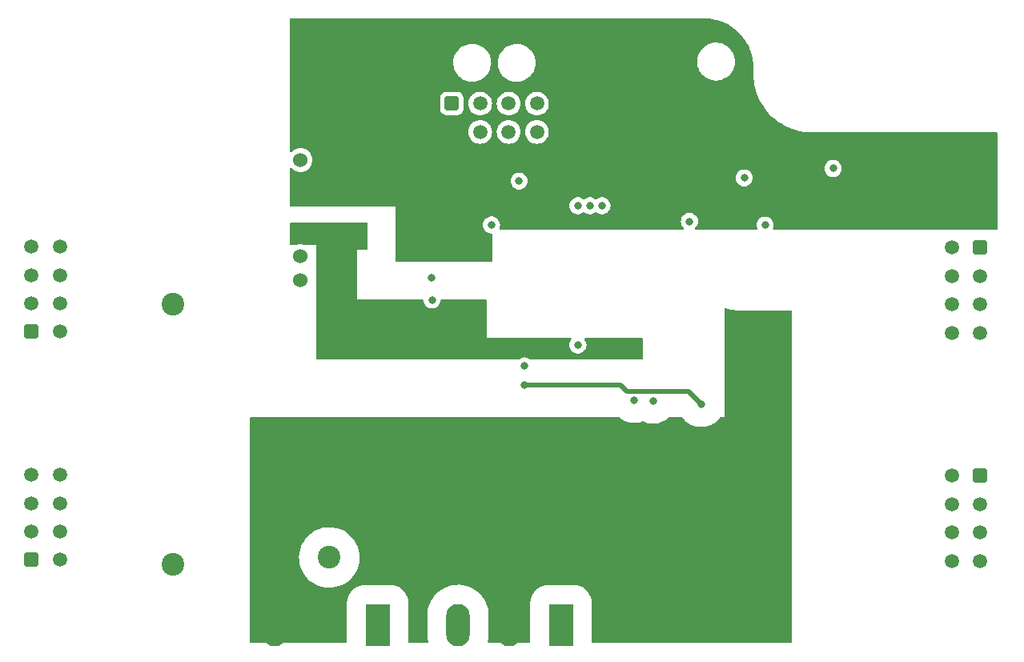
<source format=gbr>
%TF.GenerationSoftware,KiCad,Pcbnew,(6.0.1)*%
%TF.CreationDate,2023-02-17T13:15:31+03:00*%
%TF.ProjectId,_______ IGBT,14403039-3235-4402-9049-4742542e6b69,rev?*%
%TF.SameCoordinates,Original*%
%TF.FileFunction,Copper,L2,Inr*%
%TF.FilePolarity,Positive*%
%FSLAX46Y46*%
G04 Gerber Fmt 4.6, Leading zero omitted, Abs format (unit mm)*
G04 Created by KiCad (PCBNEW (6.0.1)) date 2023-02-17 13:15:31*
%MOMM*%
%LPD*%
G01*
G04 APERTURE LIST*
G04 Aperture macros list*
%AMRoundRect*
0 Rectangle with rounded corners*
0 $1 Rounding radius*
0 $2 $3 $4 $5 $6 $7 $8 $9 X,Y pos of 4 corners*
0 Add a 4 corners polygon primitive as box body*
4,1,4,$2,$3,$4,$5,$6,$7,$8,$9,$2,$3,0*
0 Add four circle primitives for the rounded corners*
1,1,$1+$1,$2,$3*
1,1,$1+$1,$4,$5*
1,1,$1+$1,$6,$7*
1,1,$1+$1,$8,$9*
0 Add four rect primitives between the rounded corners*
20,1,$1+$1,$2,$3,$4,$5,0*
20,1,$1+$1,$4,$5,$6,$7,0*
20,1,$1+$1,$6,$7,$8,$9,0*
20,1,$1+$1,$8,$9,$2,$3,0*%
G04 Aperture macros list end*
%TA.AperFunction,ComponentPad*%
%ADD10C,2.400000*%
%TD*%
%TA.AperFunction,ComponentPad*%
%ADD11R,2.500000X4.500000*%
%TD*%
%TA.AperFunction,ComponentPad*%
%ADD12O,2.500000X4.500000*%
%TD*%
%TA.AperFunction,ComponentPad*%
%ADD13RoundRect,0.250001X-0.499999X-0.499999X0.499999X-0.499999X0.499999X0.499999X-0.499999X0.499999X0*%
%TD*%
%TA.AperFunction,ComponentPad*%
%ADD14C,1.500000*%
%TD*%
%TA.AperFunction,ComponentPad*%
%ADD15RoundRect,0.250001X0.499999X-0.499999X0.499999X0.499999X-0.499999X0.499999X-0.499999X-0.499999X0*%
%TD*%
%TA.AperFunction,ComponentPad*%
%ADD16RoundRect,0.250001X-0.499999X0.499999X-0.499999X-0.499999X0.499999X-0.499999X0.499999X0.499999X0*%
%TD*%
%TA.AperFunction,ComponentPad*%
%ADD17C,1.524000*%
%TD*%
%TA.AperFunction,ViaPad*%
%ADD18C,0.800000*%
%TD*%
%TA.AperFunction,ViaPad*%
%ADD19C,2.400000*%
%TD*%
%TA.AperFunction,Conductor*%
%ADD20C,0.500000*%
%TD*%
G04 APERTURE END LIST*
D10*
%TO.N,DC+*%
%TO.C,C1*%
X122020300Y-116728100D03*
%TO.N,DC-*%
X122020300Y-89228100D03*
%TD*%
D11*
%TO.N,G_IGBT*%
%TO.C,Q1*%
X163041300Y-123170000D03*
D12*
%TO.N,D_IGBT*%
X157591300Y-123170000D03*
%TO.N,DC-*%
X152141300Y-123170000D03*
%TD*%
D13*
%TO.N,+15V*%
%TO.C,J3*%
X151484300Y-68023600D03*
D14*
%TO.N,Measure*%
X154484300Y-68023600D03*
%TO.N,IN-*%
X157484300Y-68023600D03*
%TO.N,IN+*%
X160484300Y-68023600D03*
%TO.N,GNDA*%
X151484300Y-71023600D03*
%TO.N,RST*%
X154484300Y-71023600D03*
%TO.N,FLT*%
X157484300Y-71023600D03*
%TO.N,RDY*%
X160484300Y-71023600D03*
%TD*%
D15*
%TO.N,DC+*%
%TO.C,J1*%
X107034300Y-116283600D03*
D14*
X107034300Y-113283600D03*
X107034300Y-110283600D03*
X107034300Y-107283600D03*
X110034300Y-116283600D03*
X110034300Y-113283600D03*
X110034300Y-110283600D03*
X110034300Y-107283600D03*
%TD*%
D15*
%TO.N,DC-*%
%TO.C,J2*%
X107034300Y-92153600D03*
D14*
X107034300Y-89153600D03*
X107034300Y-86153600D03*
X107034300Y-83153600D03*
X110034300Y-92153600D03*
X110034300Y-89153600D03*
X110034300Y-86153600D03*
X110034300Y-83153600D03*
%TD*%
D16*
%TO.N,OUT-*%
%TO.C,J4*%
X207364300Y-83263600D03*
D14*
X207364300Y-86263600D03*
X207364300Y-89263600D03*
X207364300Y-92263600D03*
X204364300Y-83263600D03*
X204364300Y-86263600D03*
X204364300Y-89263600D03*
X204364300Y-92263600D03*
%TD*%
D16*
%TO.N,DC+*%
%TO.C,J5*%
X207364300Y-107393600D03*
D14*
X207364300Y-110393600D03*
X207364300Y-113393600D03*
X207364300Y-116393600D03*
X204364300Y-107393600D03*
X204364300Y-110393600D03*
X204364300Y-113393600D03*
X204364300Y-116393600D03*
%TD*%
D11*
%TO.N,DC+*%
%TO.C,D1*%
X143655000Y-123170000D03*
D12*
%TO.N,D_IGBT*%
X132755000Y-123170000D03*
%TD*%
D17*
%TO.N,+15V*%
%TO.C,D8*%
X135482300Y-73992600D03*
%TO.N,GNDA*%
X135482300Y-76532600D03*
%TO.N,DC-*%
X135482300Y-81612600D03*
%TO.N,N/C*%
X135482300Y-84152600D03*
%TO.N,+15V_H*%
X135482300Y-86692600D03*
%TD*%
D18*
%TO.N,Desat*%
X170788300Y-99392600D03*
%TO.N,Net-(R12-Pad2)*%
X182409300Y-75878600D03*
%TO.N,GNDA*%
X190409300Y-74878600D03*
%TO.N,+5V*%
X191809300Y-74878600D03*
%TO.N,GNDA*%
X202209300Y-79078600D03*
%TO.N,+5V*%
X184609300Y-80878600D03*
%TO.N,GNDA*%
X190984300Y-80903600D03*
%TO.N,+15V_H*%
X172756800Y-99456100D03*
X164819300Y-93550600D03*
%TO.N,+5V*%
X149374800Y-86424600D03*
X155675300Y-80850600D03*
X176609300Y-80478600D03*
%TO.N,RDY*%
X164819300Y-78818600D03*
%TO.N,D_IGBT*%
X172409300Y-123078600D03*
%TO.N,GNDA*%
X156945300Y-79961600D03*
X168629300Y-80215600D03*
X168209300Y-71878600D03*
X176609300Y-72678600D03*
X181809300Y-69078600D03*
X141922800Y-76496100D03*
X148323300Y-83023600D03*
%TO.N,IN-*%
X166089300Y-78818600D03*
%TO.N,IN+*%
X167359300Y-78818600D03*
%TO.N,DC-*%
X162279300Y-93677600D03*
X141995800Y-82411100D03*
X170558800Y-93780100D03*
X159739300Y-93677600D03*
%TO.N,Desat*%
X159176800Y-95764100D03*
D19*
%TO.N,DC+*%
X138530300Y-116029600D03*
D18*
%TO.N,+3V3*%
X149388800Y-88788100D03*
X158596300Y-76215100D03*
%TO.N,Net-(R4-Pad2)*%
X159158800Y-97814100D03*
X177836800Y-99837100D03*
%TD*%
D20*
%TO.N,Net-(R4-Pad2)*%
X169324802Y-97814100D02*
X170014302Y-98503600D01*
X175233300Y-98503600D02*
X176503300Y-98503600D01*
X170014302Y-98503600D02*
X175233300Y-98503600D01*
X176503300Y-98503600D02*
X177836800Y-99837100D01*
X159158800Y-97814100D02*
X169324802Y-97814100D01*
%TD*%
%TA.AperFunction,Conductor*%
%TO.N,DC-*%
G36*
X142536421Y-80616602D02*
G01*
X142582914Y-80670258D01*
X142594300Y-80722600D01*
X142594300Y-83391600D01*
X142574298Y-83459721D01*
X142520642Y-83506214D01*
X142468300Y-83517600D01*
X141451300Y-83517600D01*
X141451300Y-88724600D01*
X148363215Y-88724600D01*
X148431336Y-88744602D01*
X148477829Y-88798258D01*
X148488524Y-88837428D01*
X148503126Y-88976356D01*
X148561621Y-89156384D01*
X148656267Y-89320316D01*
X148782929Y-89460988D01*
X148936070Y-89572251D01*
X149108997Y-89649244D01*
X149207012Y-89670078D01*
X149287697Y-89687228D01*
X149287701Y-89687228D01*
X149294154Y-89688600D01*
X149483446Y-89688600D01*
X149489899Y-89687228D01*
X149489903Y-89687228D01*
X149570588Y-89670078D01*
X149668603Y-89649244D01*
X149841530Y-89572251D01*
X149994671Y-89460988D01*
X150121333Y-89320316D01*
X150215979Y-89156384D01*
X150274474Y-88976356D01*
X150289075Y-88837429D01*
X150316088Y-88771773D01*
X150374309Y-88731143D01*
X150414385Y-88724600D01*
X155041300Y-88724600D01*
X155109421Y-88744602D01*
X155155914Y-88798258D01*
X155167300Y-88850600D01*
X155167300Y-92788600D01*
X164010665Y-92788600D01*
X164078786Y-92808602D01*
X164125279Y-92862258D01*
X164135383Y-92932532D01*
X164104300Y-92998911D01*
X164086767Y-93018384D01*
X163992121Y-93182316D01*
X163933626Y-93362344D01*
X163913840Y-93550600D01*
X163933626Y-93738856D01*
X163992121Y-93918884D01*
X164086767Y-94082816D01*
X164213429Y-94223488D01*
X164366570Y-94334751D01*
X164539497Y-94411744D01*
X164637512Y-94432578D01*
X164718197Y-94449728D01*
X164718201Y-94449728D01*
X164724654Y-94451100D01*
X164913946Y-94451100D01*
X164920399Y-94449728D01*
X164920403Y-94449728D01*
X165001088Y-94432578D01*
X165099103Y-94411744D01*
X165272030Y-94334751D01*
X165425171Y-94223488D01*
X165551833Y-94082816D01*
X165646479Y-93918884D01*
X165704974Y-93738856D01*
X165724760Y-93550600D01*
X165704974Y-93362344D01*
X165646479Y-93182316D01*
X165551833Y-93018384D01*
X165534300Y-92998911D01*
X165503582Y-92934904D01*
X165512345Y-92864451D01*
X165557807Y-92809919D01*
X165627935Y-92788600D01*
X171551300Y-92788600D01*
X171619421Y-92808602D01*
X171665914Y-92862258D01*
X171677300Y-92914600D01*
X171677300Y-94948600D01*
X171657298Y-95016721D01*
X171603642Y-95063214D01*
X171551300Y-95074600D01*
X159800746Y-95074600D01*
X159726685Y-95050536D01*
X159634872Y-94983830D01*
X159634871Y-94983829D01*
X159629530Y-94979949D01*
X159456603Y-94902956D01*
X159358588Y-94882122D01*
X159277903Y-94864972D01*
X159277899Y-94864972D01*
X159271446Y-94863600D01*
X159082154Y-94863600D01*
X159075701Y-94864972D01*
X159075697Y-94864972D01*
X158995012Y-94882122D01*
X158896997Y-94902956D01*
X158724070Y-94979949D01*
X158718729Y-94983829D01*
X158718728Y-94983830D01*
X158626915Y-95050536D01*
X158552854Y-95074600D01*
X137259300Y-95074600D01*
X137191179Y-95054598D01*
X137144686Y-95000942D01*
X137133300Y-94948600D01*
X137133300Y-83009600D01*
X136046393Y-83009600D01*
X135993143Y-82997795D01*
X135920732Y-82964029D01*
X135920731Y-82964029D01*
X135915750Y-82961706D01*
X135910442Y-82960284D01*
X135910440Y-82960283D01*
X135819598Y-82935942D01*
X135702368Y-82904530D01*
X135482300Y-82885277D01*
X135262232Y-82904530D01*
X135145002Y-82935942D01*
X135054160Y-82960283D01*
X135054158Y-82960284D01*
X135048850Y-82961706D01*
X135043869Y-82964028D01*
X135043868Y-82964029D01*
X134971457Y-82997795D01*
X134918207Y-83009600D01*
X134465300Y-83009600D01*
X134397179Y-82989598D01*
X134350686Y-82935942D01*
X134339300Y-82883600D01*
X134339300Y-80722600D01*
X134359302Y-80654479D01*
X134412958Y-80607986D01*
X134465300Y-80596600D01*
X142468300Y-80596600D01*
X142536421Y-80616602D01*
G37*
%TD.AperFunction*%
%TD*%
%TA.AperFunction,Conductor*%
%TO.N,GNDA*%
G36*
X178124981Y-59000100D02*
G01*
X178139257Y-59002323D01*
X178139259Y-59002323D01*
X178148129Y-59003704D01*
X178157032Y-59002540D01*
X178157033Y-59002540D01*
X178168536Y-59001036D01*
X178190077Y-59000080D01*
X178392907Y-59008469D01*
X178579745Y-59016197D01*
X178590123Y-59017057D01*
X178851144Y-59049593D01*
X179007492Y-59069082D01*
X179017756Y-59070794D01*
X179128481Y-59094011D01*
X179429402Y-59157108D01*
X179439497Y-59159664D01*
X179842618Y-59279678D01*
X179852460Y-59283056D01*
X180244312Y-59435958D01*
X180253811Y-59440125D01*
X180631683Y-59624856D01*
X180640841Y-59629812D01*
X181002153Y-59845107D01*
X181010872Y-59850803D01*
X181353175Y-60095203D01*
X181361393Y-60101599D01*
X181682357Y-60373441D01*
X181690018Y-60380495D01*
X181987405Y-60677882D01*
X181994459Y-60685543D01*
X182266301Y-61006507D01*
X182272697Y-61014725D01*
X182517097Y-61357028D01*
X182522793Y-61365747D01*
X182723812Y-61703100D01*
X182738088Y-61727059D01*
X182743043Y-61736215D01*
X182920111Y-62098411D01*
X182927771Y-62114080D01*
X182931942Y-62123588D01*
X183071545Y-62481358D01*
X183084841Y-62515432D01*
X183088222Y-62525282D01*
X183208236Y-62928403D01*
X183210792Y-62938498D01*
X183261167Y-63178746D01*
X183291386Y-63322863D01*
X183297105Y-63350140D01*
X183298819Y-63360412D01*
X183350843Y-63777777D01*
X183351703Y-63788155D01*
X183367249Y-64163995D01*
X183367516Y-64170458D01*
X183366123Y-64195051D01*
X183364196Y-64207429D01*
X183365360Y-64216331D01*
X183365360Y-64216334D01*
X183368236Y-64238325D01*
X183369300Y-64254662D01*
X183369300Y-64796066D01*
X183367554Y-64816970D01*
X183364309Y-64836258D01*
X183364158Y-64848600D01*
X183364846Y-64853409D01*
X183365163Y-64858273D01*
X183365080Y-64858278D01*
X183365478Y-64862700D01*
X183382342Y-65313373D01*
X183382606Y-65315716D01*
X183424582Y-65688263D01*
X183434416Y-65775546D01*
X183434857Y-65777876D01*
X183501257Y-66128807D01*
X183520883Y-66232535D01*
X183641259Y-66681785D01*
X183794872Y-67120783D01*
X183980860Y-67547074D01*
X183981967Y-67549168D01*
X184197084Y-67956190D01*
X184197091Y-67956202D01*
X184198186Y-67958274D01*
X184199433Y-67960258D01*
X184199439Y-67960269D01*
X184239233Y-68023600D01*
X184445633Y-68352084D01*
X184721817Y-68726300D01*
X185025195Y-69078831D01*
X185354069Y-69407705D01*
X185706600Y-69711083D01*
X186080816Y-69987267D01*
X186082809Y-69988519D01*
X186082813Y-69988522D01*
X186472631Y-70233461D01*
X186472642Y-70233467D01*
X186474626Y-70234714D01*
X186476698Y-70235809D01*
X186476710Y-70235816D01*
X186706636Y-70357335D01*
X186885826Y-70452040D01*
X187312117Y-70638028D01*
X187751115Y-70791641D01*
X187753386Y-70792249D01*
X187753394Y-70792252D01*
X188064173Y-70875524D01*
X188200365Y-70912017D01*
X188202676Y-70912454D01*
X188202688Y-70912457D01*
X188550207Y-70978211D01*
X188657354Y-70998484D01*
X188659694Y-70998748D01*
X188659703Y-70998749D01*
X188880266Y-71023600D01*
X189119527Y-71050558D01*
X189385090Y-71060495D01*
X189555366Y-71066866D01*
X189562289Y-71067574D01*
X189562309Y-71067348D01*
X189567158Y-71067783D01*
X189571958Y-71068591D01*
X189576819Y-71068650D01*
X189576825Y-71068651D01*
X189579441Y-71068683D01*
X189579447Y-71068683D01*
X189584300Y-71068742D01*
X189611316Y-71064873D01*
X189629178Y-71063600D01*
X209081300Y-71063600D01*
X209149421Y-71083602D01*
X209195914Y-71137258D01*
X209207300Y-71189600D01*
X209207300Y-81232600D01*
X209187298Y-81300721D01*
X209133642Y-81347214D01*
X209081300Y-81358600D01*
X185573604Y-81358600D01*
X185505483Y-81338598D01*
X185458990Y-81284942D01*
X185448886Y-81214668D01*
X185453771Y-81193664D01*
X185494974Y-81066856D01*
X185514760Y-80878600D01*
X185494974Y-80690344D01*
X185436479Y-80510316D01*
X185414378Y-80472035D01*
X185345136Y-80352105D01*
X185341833Y-80346384D01*
X185316622Y-80318384D01*
X185219586Y-80210615D01*
X185219584Y-80210614D01*
X185215171Y-80205712D01*
X185062030Y-80094449D01*
X184889103Y-80017456D01*
X184791088Y-79996622D01*
X184710403Y-79979472D01*
X184710399Y-79979472D01*
X184703946Y-79978100D01*
X184514654Y-79978100D01*
X184508201Y-79979472D01*
X184508197Y-79979472D01*
X184427512Y-79996622D01*
X184329497Y-80017456D01*
X184156570Y-80094449D01*
X184003429Y-80205712D01*
X183999016Y-80210614D01*
X183999014Y-80210615D01*
X183901978Y-80318384D01*
X183876767Y-80346384D01*
X183873464Y-80352105D01*
X183804223Y-80472035D01*
X183782121Y-80510316D01*
X183723626Y-80690344D01*
X183703840Y-80878600D01*
X183723626Y-81066856D01*
X183764829Y-81193664D01*
X183766857Y-81264631D01*
X183730194Y-81325429D01*
X183666482Y-81356754D01*
X183644996Y-81358600D01*
X177311687Y-81358600D01*
X177243566Y-81338598D01*
X177197073Y-81284942D01*
X177186969Y-81214668D01*
X177218051Y-81148289D01*
X177337414Y-81015724D01*
X177337415Y-81015723D01*
X177341833Y-81010816D01*
X177360237Y-80978939D01*
X177433175Y-80852607D01*
X177433176Y-80852606D01*
X177436479Y-80846884D01*
X177494974Y-80666856D01*
X177514760Y-80478600D01*
X177500348Y-80341476D01*
X177495664Y-80296907D01*
X177495664Y-80296905D01*
X177494974Y-80290344D01*
X177436479Y-80110316D01*
X177425768Y-80091763D01*
X177345136Y-79952105D01*
X177341833Y-79946384D01*
X177215171Y-79805712D01*
X177209832Y-79801833D01*
X177067372Y-79698330D01*
X177067371Y-79698329D01*
X177062030Y-79694449D01*
X176889103Y-79617456D01*
X176791088Y-79596622D01*
X176710403Y-79579472D01*
X176710399Y-79579472D01*
X176703946Y-79578100D01*
X176514654Y-79578100D01*
X176508201Y-79579472D01*
X176508197Y-79579472D01*
X176427512Y-79596622D01*
X176329497Y-79617456D01*
X176156570Y-79694449D01*
X176151229Y-79698329D01*
X176151228Y-79698330D01*
X176008768Y-79801833D01*
X176003429Y-79805712D01*
X175876767Y-79946384D01*
X175873464Y-79952105D01*
X175792833Y-80091763D01*
X175782121Y-80110316D01*
X175723626Y-80290344D01*
X175722936Y-80296905D01*
X175722936Y-80296907D01*
X175718252Y-80341476D01*
X175703840Y-80478600D01*
X175723626Y-80666856D01*
X175782121Y-80846884D01*
X175785424Y-80852606D01*
X175785425Y-80852607D01*
X175858363Y-80978939D01*
X175876767Y-81010816D01*
X175881185Y-81015723D01*
X175881186Y-81015724D01*
X176000549Y-81148289D01*
X176031266Y-81212297D01*
X176022503Y-81282750D01*
X175977040Y-81337282D01*
X175906913Y-81358600D01*
X156630507Y-81358600D01*
X156562386Y-81338598D01*
X156515893Y-81284942D01*
X156505789Y-81214668D01*
X156510674Y-81193664D01*
X156558934Y-81045134D01*
X156560974Y-81038856D01*
X156564523Y-81005095D01*
X156580070Y-80857165D01*
X156580760Y-80850600D01*
X156560974Y-80662344D01*
X156502479Y-80482316D01*
X156407833Y-80318384D01*
X156310797Y-80210615D01*
X156285586Y-80182615D01*
X156285584Y-80182614D01*
X156281171Y-80177712D01*
X156128030Y-80066449D01*
X155955103Y-79989456D01*
X155857088Y-79968622D01*
X155776403Y-79951472D01*
X155776399Y-79951472D01*
X155769946Y-79950100D01*
X155580654Y-79950100D01*
X155574201Y-79951472D01*
X155574197Y-79951472D01*
X155493512Y-79968622D01*
X155395497Y-79989456D01*
X155222570Y-80066449D01*
X155069429Y-80177712D01*
X155065016Y-80182614D01*
X155065014Y-80182615D01*
X155039803Y-80210615D01*
X154942767Y-80318384D01*
X154848121Y-80482316D01*
X154789626Y-80662344D01*
X154769840Y-80850600D01*
X154770530Y-80857165D01*
X154786078Y-81005095D01*
X154789626Y-81038856D01*
X154848121Y-81218884D01*
X154851424Y-81224606D01*
X154851425Y-81224607D01*
X154909635Y-81325429D01*
X154942767Y-81382816D01*
X154947185Y-81387723D01*
X154947186Y-81387724D01*
X155057825Y-81510600D01*
X155069429Y-81523488D01*
X155074768Y-81527367D01*
X155192082Y-81612600D01*
X155222570Y-81634751D01*
X155395497Y-81711744D01*
X155493512Y-81732578D01*
X155574197Y-81749728D01*
X155574201Y-81749728D01*
X155580654Y-81751100D01*
X155676300Y-81751100D01*
X155744421Y-81771102D01*
X155790914Y-81824758D01*
X155802300Y-81877100D01*
X155802300Y-84661600D01*
X155782298Y-84729721D01*
X155728642Y-84776214D01*
X155676300Y-84787600D01*
X145641300Y-84787600D01*
X145573179Y-84767598D01*
X145526686Y-84713942D01*
X145515300Y-84661600D01*
X145515300Y-78945600D01*
X134465300Y-78945600D01*
X134397179Y-78925598D01*
X134350686Y-78871942D01*
X134339300Y-78819600D01*
X134339300Y-78818600D01*
X163913840Y-78818600D01*
X163933626Y-79006856D01*
X163992121Y-79186884D01*
X164086767Y-79350816D01*
X164213429Y-79491488D01*
X164218768Y-79495367D01*
X164332641Y-79578100D01*
X164366570Y-79602751D01*
X164539497Y-79679744D01*
X164626938Y-79698330D01*
X164718197Y-79717728D01*
X164718201Y-79717728D01*
X164724654Y-79719100D01*
X164913946Y-79719100D01*
X164920399Y-79717728D01*
X164920403Y-79717728D01*
X165011662Y-79698330D01*
X165099103Y-79679744D01*
X165272030Y-79602751D01*
X165305960Y-79578100D01*
X165380239Y-79524133D01*
X165447107Y-79500274D01*
X165516259Y-79516355D01*
X165528361Y-79524133D01*
X165602641Y-79578100D01*
X165636570Y-79602751D01*
X165809497Y-79679744D01*
X165896938Y-79698330D01*
X165988197Y-79717728D01*
X165988201Y-79717728D01*
X165994654Y-79719100D01*
X166183946Y-79719100D01*
X166190399Y-79717728D01*
X166190403Y-79717728D01*
X166281662Y-79698330D01*
X166369103Y-79679744D01*
X166542030Y-79602751D01*
X166575960Y-79578100D01*
X166650239Y-79524133D01*
X166717107Y-79500274D01*
X166786259Y-79516355D01*
X166798361Y-79524133D01*
X166872641Y-79578100D01*
X166906570Y-79602751D01*
X167079497Y-79679744D01*
X167166938Y-79698330D01*
X167258197Y-79717728D01*
X167258201Y-79717728D01*
X167264654Y-79719100D01*
X167453946Y-79719100D01*
X167460399Y-79717728D01*
X167460403Y-79717728D01*
X167551662Y-79698330D01*
X167639103Y-79679744D01*
X167812030Y-79602751D01*
X167845960Y-79578100D01*
X167959832Y-79495367D01*
X167965171Y-79491488D01*
X168091833Y-79350816D01*
X168186479Y-79186884D01*
X168244974Y-79006856D01*
X168264760Y-78818600D01*
X168244974Y-78630344D01*
X168186479Y-78450316D01*
X168091833Y-78286384D01*
X167965171Y-78145712D01*
X167812030Y-78034449D01*
X167639103Y-77957456D01*
X167541088Y-77936622D01*
X167460403Y-77919472D01*
X167460399Y-77919472D01*
X167453946Y-77918100D01*
X167264654Y-77918100D01*
X167258201Y-77919472D01*
X167258197Y-77919472D01*
X167177512Y-77936622D01*
X167079497Y-77957456D01*
X166906570Y-78034449D01*
X166901229Y-78038329D01*
X166901228Y-78038330D01*
X166798361Y-78113067D01*
X166731493Y-78136926D01*
X166662341Y-78120845D01*
X166650239Y-78113067D01*
X166547372Y-78038330D01*
X166547371Y-78038329D01*
X166542030Y-78034449D01*
X166369103Y-77957456D01*
X166271088Y-77936622D01*
X166190403Y-77919472D01*
X166190399Y-77919472D01*
X166183946Y-77918100D01*
X165994654Y-77918100D01*
X165988201Y-77919472D01*
X165988197Y-77919472D01*
X165907512Y-77936622D01*
X165809497Y-77957456D01*
X165636570Y-78034449D01*
X165631229Y-78038329D01*
X165631228Y-78038330D01*
X165528361Y-78113067D01*
X165461493Y-78136926D01*
X165392341Y-78120845D01*
X165380239Y-78113067D01*
X165277372Y-78038330D01*
X165277371Y-78038329D01*
X165272030Y-78034449D01*
X165099103Y-77957456D01*
X165001088Y-77936622D01*
X164920403Y-77919472D01*
X164920399Y-77919472D01*
X164913946Y-77918100D01*
X164724654Y-77918100D01*
X164718201Y-77919472D01*
X164718197Y-77919472D01*
X164637512Y-77936622D01*
X164539497Y-77957456D01*
X164366570Y-78034449D01*
X164213429Y-78145712D01*
X164086767Y-78286384D01*
X163992121Y-78450316D01*
X163933626Y-78630344D01*
X163913840Y-78818600D01*
X134339300Y-78818600D01*
X134339300Y-76215100D01*
X157690840Y-76215100D01*
X157710626Y-76403356D01*
X157769121Y-76583384D01*
X157863767Y-76747316D01*
X157868185Y-76752223D01*
X157868186Y-76752224D01*
X157892386Y-76779100D01*
X157990429Y-76887988D01*
X158143570Y-76999251D01*
X158316497Y-77076244D01*
X158414512Y-77097078D01*
X158495197Y-77114228D01*
X158495201Y-77114228D01*
X158501654Y-77115600D01*
X158690946Y-77115600D01*
X158697399Y-77114228D01*
X158697403Y-77114228D01*
X158778088Y-77097078D01*
X158876103Y-77076244D01*
X159049030Y-76999251D01*
X159202171Y-76887988D01*
X159300215Y-76779100D01*
X159324414Y-76752224D01*
X159324415Y-76752223D01*
X159328833Y-76747316D01*
X159423479Y-76583384D01*
X159481974Y-76403356D01*
X159501760Y-76215100D01*
X159481974Y-76026844D01*
X159433806Y-75878600D01*
X181503840Y-75878600D01*
X181523626Y-76066856D01*
X181582121Y-76246884D01*
X181676767Y-76410816D01*
X181803429Y-76551488D01*
X181956570Y-76662751D01*
X182129497Y-76739744D01*
X182227512Y-76760578D01*
X182308197Y-76777728D01*
X182308201Y-76777728D01*
X182314654Y-76779100D01*
X182503946Y-76779100D01*
X182510399Y-76777728D01*
X182510403Y-76777728D01*
X182591088Y-76760578D01*
X182689103Y-76739744D01*
X182862030Y-76662751D01*
X183015171Y-76551488D01*
X183141833Y-76410816D01*
X183236479Y-76246884D01*
X183294974Y-76066856D01*
X183314760Y-75878600D01*
X183310818Y-75841093D01*
X183295664Y-75696907D01*
X183295664Y-75696905D01*
X183294974Y-75690344D01*
X183236479Y-75510316D01*
X183141833Y-75346384D01*
X183114450Y-75315972D01*
X183019586Y-75210615D01*
X183019584Y-75210614D01*
X183015171Y-75205712D01*
X182862030Y-75094449D01*
X182689103Y-75017456D01*
X182591088Y-74996622D01*
X182510403Y-74979472D01*
X182510399Y-74979472D01*
X182503946Y-74978100D01*
X182314654Y-74978100D01*
X182308201Y-74979472D01*
X182308197Y-74979472D01*
X182227512Y-74996622D01*
X182129497Y-75017456D01*
X181956570Y-75094449D01*
X181803429Y-75205712D01*
X181799016Y-75210614D01*
X181799014Y-75210615D01*
X181704150Y-75315972D01*
X181676767Y-75346384D01*
X181582121Y-75510316D01*
X181523626Y-75690344D01*
X181522936Y-75696905D01*
X181522936Y-75696907D01*
X181507782Y-75841093D01*
X181503840Y-75878600D01*
X159433806Y-75878600D01*
X159423479Y-75846816D01*
X159328833Y-75682884D01*
X159202171Y-75542212D01*
X159049030Y-75430949D01*
X158876103Y-75353956D01*
X158778088Y-75333122D01*
X158697403Y-75315972D01*
X158697399Y-75315972D01*
X158690946Y-75314600D01*
X158501654Y-75314600D01*
X158495201Y-75315972D01*
X158495197Y-75315972D01*
X158414512Y-75333122D01*
X158316497Y-75353956D01*
X158143570Y-75430949D01*
X157990429Y-75542212D01*
X157863767Y-75682884D01*
X157769121Y-75846816D01*
X157710626Y-76026844D01*
X157690840Y-76215100D01*
X134339300Y-76215100D01*
X134339300Y-74939236D01*
X134359302Y-74871115D01*
X134412958Y-74824622D01*
X134483232Y-74814518D01*
X134547812Y-74844012D01*
X134554395Y-74850141D01*
X134667680Y-74963426D01*
X134672188Y-74966583D01*
X134672191Y-74966585D01*
X134824359Y-75073134D01*
X134848638Y-75090134D01*
X134853620Y-75092457D01*
X134853625Y-75092460D01*
X135043868Y-75181171D01*
X135048850Y-75183494D01*
X135054158Y-75184916D01*
X135054160Y-75184917D01*
X135119552Y-75202439D01*
X135262232Y-75240670D01*
X135482300Y-75259923D01*
X135702368Y-75240670D01*
X135845048Y-75202439D01*
X135910440Y-75184917D01*
X135910442Y-75184916D01*
X135915750Y-75183494D01*
X135920732Y-75181171D01*
X136110975Y-75092460D01*
X136110980Y-75092457D01*
X136115962Y-75090134D01*
X136140241Y-75073134D01*
X136292409Y-74966585D01*
X136292412Y-74966583D01*
X136296920Y-74963426D01*
X136381746Y-74878600D01*
X190903840Y-74878600D01*
X190904530Y-74885165D01*
X190918717Y-75020145D01*
X190923626Y-75066856D01*
X190982121Y-75246884D01*
X190985424Y-75252606D01*
X190985425Y-75252607D01*
X190989649Y-75259923D01*
X191076767Y-75410816D01*
X191081185Y-75415723D01*
X191081186Y-75415724D01*
X191172017Y-75516601D01*
X191203429Y-75551488D01*
X191356570Y-75662751D01*
X191529497Y-75739744D01*
X191627512Y-75760578D01*
X191708197Y-75777728D01*
X191708201Y-75777728D01*
X191714654Y-75779100D01*
X191903946Y-75779100D01*
X191910399Y-75777728D01*
X191910403Y-75777728D01*
X191991088Y-75760578D01*
X192089103Y-75739744D01*
X192262030Y-75662751D01*
X192415171Y-75551488D01*
X192446584Y-75516601D01*
X192537414Y-75415724D01*
X192537415Y-75415723D01*
X192541833Y-75410816D01*
X192628951Y-75259923D01*
X192633175Y-75252607D01*
X192633176Y-75252606D01*
X192636479Y-75246884D01*
X192694974Y-75066856D01*
X192699884Y-75020145D01*
X192714070Y-74885165D01*
X192714760Y-74878600D01*
X192694974Y-74690344D01*
X192636479Y-74510316D01*
X192590705Y-74431032D01*
X192545136Y-74352105D01*
X192541833Y-74346384D01*
X192426218Y-74217981D01*
X192419586Y-74210615D01*
X192419584Y-74210614D01*
X192415171Y-74205712D01*
X192262030Y-74094449D01*
X192089103Y-74017456D01*
X191972164Y-73992600D01*
X191910403Y-73979472D01*
X191910399Y-73979472D01*
X191903946Y-73978100D01*
X191714654Y-73978100D01*
X191708201Y-73979472D01*
X191708197Y-73979472D01*
X191646436Y-73992600D01*
X191529497Y-74017456D01*
X191356570Y-74094449D01*
X191203429Y-74205712D01*
X191199016Y-74210614D01*
X191199014Y-74210615D01*
X191192382Y-74217981D01*
X191076767Y-74346384D01*
X191073464Y-74352105D01*
X191027896Y-74431032D01*
X190982121Y-74510316D01*
X190923626Y-74690344D01*
X190903840Y-74878600D01*
X136381746Y-74878600D01*
X136453126Y-74807220D01*
X136579834Y-74626261D01*
X136630970Y-74516601D01*
X136670871Y-74431032D01*
X136670872Y-74431031D01*
X136673194Y-74426050D01*
X136730370Y-74212668D01*
X136749623Y-73992600D01*
X136730370Y-73772532D01*
X136673194Y-73559150D01*
X136579834Y-73358939D01*
X136453126Y-73177980D01*
X136296920Y-73021774D01*
X136292412Y-73018617D01*
X136292409Y-73018615D01*
X136120471Y-72898223D01*
X136120468Y-72898221D01*
X136115962Y-72895066D01*
X136110980Y-72892743D01*
X136110975Y-72892740D01*
X135920732Y-72804029D01*
X135920731Y-72804029D01*
X135915750Y-72801706D01*
X135910442Y-72800284D01*
X135910440Y-72800283D01*
X135845048Y-72782761D01*
X135702368Y-72744530D01*
X135482300Y-72725277D01*
X135262232Y-72744530D01*
X135119552Y-72782761D01*
X135054160Y-72800283D01*
X135054158Y-72800284D01*
X135048850Y-72801706D01*
X135043869Y-72804028D01*
X135043868Y-72804029D01*
X134853620Y-72892743D01*
X134853617Y-72892745D01*
X134848639Y-72895066D01*
X134667680Y-73021774D01*
X134554395Y-73135059D01*
X134492083Y-73169085D01*
X134421268Y-73164020D01*
X134364432Y-73121473D01*
X134339621Y-73054953D01*
X134339300Y-73045964D01*
X134339300Y-71023600D01*
X153229023Y-71023600D01*
X153248093Y-71241577D01*
X153304725Y-71452930D01*
X153397198Y-71651238D01*
X153522702Y-71830477D01*
X153677423Y-71985198D01*
X153681931Y-71988355D01*
X153681934Y-71988357D01*
X153852152Y-72107545D01*
X153856661Y-72110702D01*
X153861643Y-72113025D01*
X153861648Y-72113028D01*
X154049988Y-72200852D01*
X154054970Y-72203175D01*
X154060278Y-72204597D01*
X154060280Y-72204598D01*
X154126045Y-72222220D01*
X154266323Y-72259807D01*
X154484300Y-72278877D01*
X154702277Y-72259807D01*
X154842555Y-72222220D01*
X154908320Y-72204598D01*
X154908322Y-72204597D01*
X154913630Y-72203175D01*
X154918612Y-72200852D01*
X155106952Y-72113028D01*
X155106957Y-72113025D01*
X155111939Y-72110702D01*
X155116448Y-72107545D01*
X155286666Y-71988357D01*
X155286669Y-71988355D01*
X155291177Y-71985198D01*
X155445898Y-71830477D01*
X155571402Y-71651238D01*
X155663875Y-71452930D01*
X155720507Y-71241577D01*
X155739577Y-71023600D01*
X156229023Y-71023600D01*
X156248093Y-71241577D01*
X156304725Y-71452930D01*
X156397198Y-71651238D01*
X156522702Y-71830477D01*
X156677423Y-71985198D01*
X156681931Y-71988355D01*
X156681934Y-71988357D01*
X156852152Y-72107545D01*
X156856661Y-72110702D01*
X156861643Y-72113025D01*
X156861648Y-72113028D01*
X157049988Y-72200852D01*
X157054970Y-72203175D01*
X157060278Y-72204597D01*
X157060280Y-72204598D01*
X157126045Y-72222220D01*
X157266323Y-72259807D01*
X157484300Y-72278877D01*
X157702277Y-72259807D01*
X157842555Y-72222220D01*
X157908320Y-72204598D01*
X157908322Y-72204597D01*
X157913630Y-72203175D01*
X157918612Y-72200852D01*
X158106952Y-72113028D01*
X158106957Y-72113025D01*
X158111939Y-72110702D01*
X158116448Y-72107545D01*
X158286666Y-71988357D01*
X158286669Y-71988355D01*
X158291177Y-71985198D01*
X158445898Y-71830477D01*
X158571402Y-71651238D01*
X158663875Y-71452930D01*
X158720507Y-71241577D01*
X158739577Y-71023600D01*
X159229023Y-71023600D01*
X159248093Y-71241577D01*
X159304725Y-71452930D01*
X159397198Y-71651238D01*
X159522702Y-71830477D01*
X159677423Y-71985198D01*
X159681931Y-71988355D01*
X159681934Y-71988357D01*
X159852152Y-72107545D01*
X159856661Y-72110702D01*
X159861643Y-72113025D01*
X159861648Y-72113028D01*
X160049988Y-72200852D01*
X160054970Y-72203175D01*
X160060278Y-72204597D01*
X160060280Y-72204598D01*
X160126045Y-72222220D01*
X160266323Y-72259807D01*
X160484300Y-72278877D01*
X160702277Y-72259807D01*
X160842555Y-72222220D01*
X160908320Y-72204598D01*
X160908322Y-72204597D01*
X160913630Y-72203175D01*
X160918612Y-72200852D01*
X161106952Y-72113028D01*
X161106957Y-72113025D01*
X161111939Y-72110702D01*
X161116448Y-72107545D01*
X161286666Y-71988357D01*
X161286669Y-71988355D01*
X161291177Y-71985198D01*
X161445898Y-71830477D01*
X161571402Y-71651238D01*
X161663875Y-71452930D01*
X161720507Y-71241577D01*
X161739577Y-71023600D01*
X161720507Y-70805623D01*
X161675810Y-70638811D01*
X161665298Y-70599580D01*
X161665297Y-70599578D01*
X161663875Y-70594270D01*
X161617605Y-70495044D01*
X161573725Y-70400943D01*
X161573723Y-70400940D01*
X161571402Y-70395962D01*
X161445898Y-70216723D01*
X161291177Y-70062002D01*
X161286669Y-70058845D01*
X161286666Y-70058843D01*
X161116448Y-69939655D01*
X161116445Y-69939653D01*
X161111939Y-69936498D01*
X161106957Y-69934175D01*
X161106952Y-69934172D01*
X160918612Y-69846348D01*
X160918611Y-69846347D01*
X160913630Y-69844025D01*
X160908322Y-69842603D01*
X160908320Y-69842602D01*
X160842555Y-69824980D01*
X160702277Y-69787393D01*
X160484300Y-69768323D01*
X160266323Y-69787393D01*
X160126045Y-69824980D01*
X160060280Y-69842602D01*
X160060278Y-69842603D01*
X160054970Y-69844025D01*
X160049990Y-69846347D01*
X160049988Y-69846348D01*
X159861643Y-69934175D01*
X159861640Y-69934177D01*
X159856662Y-69936498D01*
X159677423Y-70062002D01*
X159522702Y-70216723D01*
X159397198Y-70395962D01*
X159394877Y-70400940D01*
X159394875Y-70400943D01*
X159350995Y-70495044D01*
X159304725Y-70594270D01*
X159303303Y-70599578D01*
X159303302Y-70599580D01*
X159292790Y-70638811D01*
X159248093Y-70805623D01*
X159229023Y-71023600D01*
X158739577Y-71023600D01*
X158720507Y-70805623D01*
X158675810Y-70638811D01*
X158665298Y-70599580D01*
X158665297Y-70599578D01*
X158663875Y-70594270D01*
X158617605Y-70495044D01*
X158573725Y-70400943D01*
X158573723Y-70400940D01*
X158571402Y-70395962D01*
X158445898Y-70216723D01*
X158291177Y-70062002D01*
X158286669Y-70058845D01*
X158286666Y-70058843D01*
X158116448Y-69939655D01*
X158116445Y-69939653D01*
X158111939Y-69936498D01*
X158106957Y-69934175D01*
X158106952Y-69934172D01*
X157918612Y-69846348D01*
X157918611Y-69846347D01*
X157913630Y-69844025D01*
X157908322Y-69842603D01*
X157908320Y-69842602D01*
X157842555Y-69824980D01*
X157702277Y-69787393D01*
X157484300Y-69768323D01*
X157266323Y-69787393D01*
X157126045Y-69824980D01*
X157060280Y-69842602D01*
X157060278Y-69842603D01*
X157054970Y-69844025D01*
X157049990Y-69846347D01*
X157049988Y-69846348D01*
X156861643Y-69934175D01*
X156861640Y-69934177D01*
X156856662Y-69936498D01*
X156677423Y-70062002D01*
X156522702Y-70216723D01*
X156397198Y-70395962D01*
X156394877Y-70400940D01*
X156394875Y-70400943D01*
X156350995Y-70495044D01*
X156304725Y-70594270D01*
X156303303Y-70599578D01*
X156303302Y-70599580D01*
X156292790Y-70638811D01*
X156248093Y-70805623D01*
X156229023Y-71023600D01*
X155739577Y-71023600D01*
X155720507Y-70805623D01*
X155675810Y-70638811D01*
X155665298Y-70599580D01*
X155665297Y-70599578D01*
X155663875Y-70594270D01*
X155617605Y-70495044D01*
X155573725Y-70400943D01*
X155573723Y-70400940D01*
X155571402Y-70395962D01*
X155445898Y-70216723D01*
X155291177Y-70062002D01*
X155286669Y-70058845D01*
X155286666Y-70058843D01*
X155116448Y-69939655D01*
X155116445Y-69939653D01*
X155111939Y-69936498D01*
X155106957Y-69934175D01*
X155106952Y-69934172D01*
X154918612Y-69846348D01*
X154918611Y-69846347D01*
X154913630Y-69844025D01*
X154908322Y-69842603D01*
X154908320Y-69842602D01*
X154842555Y-69824980D01*
X154702277Y-69787393D01*
X154484300Y-69768323D01*
X154266323Y-69787393D01*
X154126045Y-69824980D01*
X154060280Y-69842602D01*
X154060278Y-69842603D01*
X154054970Y-69844025D01*
X154049990Y-69846347D01*
X154049988Y-69846348D01*
X153861643Y-69934175D01*
X153861640Y-69934177D01*
X153856662Y-69936498D01*
X153677423Y-70062002D01*
X153522702Y-70216723D01*
X153397198Y-70395962D01*
X153394877Y-70400940D01*
X153394875Y-70400943D01*
X153350995Y-70495044D01*
X153304725Y-70594270D01*
X153303303Y-70599578D01*
X153303302Y-70599580D01*
X153292790Y-70638811D01*
X153248093Y-70805623D01*
X153229023Y-71023600D01*
X134339300Y-71023600D01*
X134339300Y-67473735D01*
X150233800Y-67473735D01*
X150233801Y-68573464D01*
X150244659Y-68678118D01*
X150300044Y-68844128D01*
X150392134Y-68992944D01*
X150515990Y-69116584D01*
X150664966Y-69208414D01*
X150671914Y-69210719D01*
X150671915Y-69210719D01*
X150824542Y-69261344D01*
X150824544Y-69261344D01*
X150831073Y-69263510D01*
X150934435Y-69274100D01*
X151480059Y-69274100D01*
X152034164Y-69274099D01*
X152037408Y-69273762D01*
X152037416Y-69273762D01*
X152083320Y-69268999D01*
X152138818Y-69263241D01*
X152304828Y-69207856D01*
X152453644Y-69115766D01*
X152577284Y-68991910D01*
X152583824Y-68981301D01*
X152664537Y-68850359D01*
X152669114Y-68842934D01*
X152673246Y-68830477D01*
X152722044Y-68683358D01*
X152722044Y-68683356D01*
X152724210Y-68676827D01*
X152734800Y-68573465D01*
X152734799Y-68023600D01*
X153229023Y-68023600D01*
X153248093Y-68241577D01*
X153304725Y-68452930D01*
X153307047Y-68457910D01*
X153307048Y-68457912D01*
X153362448Y-68576716D01*
X153397198Y-68651238D01*
X153522702Y-68830477D01*
X153677423Y-68985198D01*
X153681931Y-68988355D01*
X153681934Y-68988357D01*
X153813532Y-69080503D01*
X153856661Y-69110702D01*
X153861643Y-69113025D01*
X153861648Y-69113028D01*
X154049988Y-69200852D01*
X154054970Y-69203175D01*
X154060278Y-69204597D01*
X154060280Y-69204598D01*
X154096948Y-69214423D01*
X154266323Y-69259807D01*
X154484300Y-69278877D01*
X154702277Y-69259807D01*
X154871652Y-69214423D01*
X154908320Y-69204598D01*
X154908322Y-69204597D01*
X154913630Y-69203175D01*
X154918612Y-69200852D01*
X155106952Y-69113028D01*
X155106957Y-69113025D01*
X155111939Y-69110702D01*
X155155068Y-69080503D01*
X155286666Y-68988357D01*
X155286669Y-68988355D01*
X155291177Y-68985198D01*
X155445898Y-68830477D01*
X155571402Y-68651238D01*
X155606153Y-68576716D01*
X155661552Y-68457912D01*
X155661553Y-68457910D01*
X155663875Y-68452930D01*
X155720507Y-68241577D01*
X155739577Y-68023600D01*
X156229023Y-68023600D01*
X156248093Y-68241577D01*
X156304725Y-68452930D01*
X156307047Y-68457910D01*
X156307048Y-68457912D01*
X156362448Y-68576716D01*
X156397198Y-68651238D01*
X156522702Y-68830477D01*
X156677423Y-68985198D01*
X156681931Y-68988355D01*
X156681934Y-68988357D01*
X156813532Y-69080503D01*
X156856661Y-69110702D01*
X156861643Y-69113025D01*
X156861648Y-69113028D01*
X157049988Y-69200852D01*
X157054970Y-69203175D01*
X157060278Y-69204597D01*
X157060280Y-69204598D01*
X157096948Y-69214423D01*
X157266323Y-69259807D01*
X157484300Y-69278877D01*
X157702277Y-69259807D01*
X157871652Y-69214423D01*
X157908320Y-69204598D01*
X157908322Y-69204597D01*
X157913630Y-69203175D01*
X157918612Y-69200852D01*
X158106952Y-69113028D01*
X158106957Y-69113025D01*
X158111939Y-69110702D01*
X158155068Y-69080503D01*
X158286666Y-68988357D01*
X158286669Y-68988355D01*
X158291177Y-68985198D01*
X158445898Y-68830477D01*
X158571402Y-68651238D01*
X158606153Y-68576716D01*
X158661552Y-68457912D01*
X158661553Y-68457910D01*
X158663875Y-68452930D01*
X158720507Y-68241577D01*
X158739577Y-68023600D01*
X159229023Y-68023600D01*
X159248093Y-68241577D01*
X159304725Y-68452930D01*
X159307047Y-68457910D01*
X159307048Y-68457912D01*
X159362448Y-68576716D01*
X159397198Y-68651238D01*
X159522702Y-68830477D01*
X159677423Y-68985198D01*
X159681931Y-68988355D01*
X159681934Y-68988357D01*
X159813532Y-69080503D01*
X159856661Y-69110702D01*
X159861643Y-69113025D01*
X159861648Y-69113028D01*
X160049988Y-69200852D01*
X160054970Y-69203175D01*
X160060278Y-69204597D01*
X160060280Y-69204598D01*
X160096948Y-69214423D01*
X160266323Y-69259807D01*
X160484300Y-69278877D01*
X160702277Y-69259807D01*
X160871652Y-69214423D01*
X160908320Y-69204598D01*
X160908322Y-69204597D01*
X160913630Y-69203175D01*
X160918612Y-69200852D01*
X161106952Y-69113028D01*
X161106957Y-69113025D01*
X161111939Y-69110702D01*
X161155068Y-69080503D01*
X161286666Y-68988357D01*
X161286669Y-68988355D01*
X161291177Y-68985198D01*
X161445898Y-68830477D01*
X161571402Y-68651238D01*
X161606153Y-68576716D01*
X161661552Y-68457912D01*
X161661553Y-68457910D01*
X161663875Y-68452930D01*
X161720507Y-68241577D01*
X161739577Y-68023600D01*
X161720507Y-67805623D01*
X161663875Y-67594270D01*
X161661552Y-67589288D01*
X161573725Y-67400943D01*
X161573723Y-67400940D01*
X161571402Y-67395962D01*
X161445898Y-67216723D01*
X161291177Y-67062002D01*
X161286669Y-67058845D01*
X161286666Y-67058843D01*
X161116448Y-66939655D01*
X161116445Y-66939653D01*
X161111939Y-66936498D01*
X161106957Y-66934175D01*
X161106952Y-66934172D01*
X160918612Y-66846348D01*
X160918611Y-66846347D01*
X160913630Y-66844025D01*
X160908322Y-66842603D01*
X160908320Y-66842602D01*
X160842555Y-66824980D01*
X160702277Y-66787393D01*
X160484300Y-66768323D01*
X160266323Y-66787393D01*
X160126045Y-66824980D01*
X160060280Y-66842602D01*
X160060278Y-66842603D01*
X160054970Y-66844025D01*
X160049990Y-66846347D01*
X160049988Y-66846348D01*
X159861643Y-66934175D01*
X159861640Y-66934177D01*
X159856662Y-66936498D01*
X159677423Y-67062002D01*
X159522702Y-67216723D01*
X159397198Y-67395962D01*
X159394877Y-67400940D01*
X159394875Y-67400943D01*
X159307048Y-67589288D01*
X159304725Y-67594270D01*
X159248093Y-67805623D01*
X159229023Y-68023600D01*
X158739577Y-68023600D01*
X158720507Y-67805623D01*
X158663875Y-67594270D01*
X158661552Y-67589288D01*
X158573725Y-67400943D01*
X158573723Y-67400940D01*
X158571402Y-67395962D01*
X158445898Y-67216723D01*
X158291177Y-67062002D01*
X158286669Y-67058845D01*
X158286666Y-67058843D01*
X158116448Y-66939655D01*
X158116445Y-66939653D01*
X158111939Y-66936498D01*
X158106957Y-66934175D01*
X158106952Y-66934172D01*
X157918612Y-66846348D01*
X157918611Y-66846347D01*
X157913630Y-66844025D01*
X157908322Y-66842603D01*
X157908320Y-66842602D01*
X157842555Y-66824980D01*
X157702277Y-66787393D01*
X157484300Y-66768323D01*
X157266323Y-66787393D01*
X157126045Y-66824980D01*
X157060280Y-66842602D01*
X157060278Y-66842603D01*
X157054970Y-66844025D01*
X157049990Y-66846347D01*
X157049988Y-66846348D01*
X156861643Y-66934175D01*
X156861640Y-66934177D01*
X156856662Y-66936498D01*
X156677423Y-67062002D01*
X156522702Y-67216723D01*
X156397198Y-67395962D01*
X156394877Y-67400940D01*
X156394875Y-67400943D01*
X156307048Y-67589288D01*
X156304725Y-67594270D01*
X156248093Y-67805623D01*
X156229023Y-68023600D01*
X155739577Y-68023600D01*
X155720507Y-67805623D01*
X155663875Y-67594270D01*
X155661552Y-67589288D01*
X155573725Y-67400943D01*
X155573723Y-67400940D01*
X155571402Y-67395962D01*
X155445898Y-67216723D01*
X155291177Y-67062002D01*
X155286669Y-67058845D01*
X155286666Y-67058843D01*
X155116448Y-66939655D01*
X155116445Y-66939653D01*
X155111939Y-66936498D01*
X155106957Y-66934175D01*
X155106952Y-66934172D01*
X154918612Y-66846348D01*
X154918611Y-66846347D01*
X154913630Y-66844025D01*
X154908322Y-66842603D01*
X154908320Y-66842602D01*
X154842555Y-66824980D01*
X154702277Y-66787393D01*
X154484300Y-66768323D01*
X154266323Y-66787393D01*
X154126045Y-66824980D01*
X154060280Y-66842602D01*
X154060278Y-66842603D01*
X154054970Y-66844025D01*
X154049990Y-66846347D01*
X154049988Y-66846348D01*
X153861643Y-66934175D01*
X153861640Y-66934177D01*
X153856662Y-66936498D01*
X153677423Y-67062002D01*
X153522702Y-67216723D01*
X153397198Y-67395962D01*
X153394877Y-67400940D01*
X153394875Y-67400943D01*
X153307048Y-67589288D01*
X153304725Y-67594270D01*
X153248093Y-67805623D01*
X153229023Y-68023600D01*
X152734799Y-68023600D01*
X152734799Y-67473736D01*
X152723941Y-67369082D01*
X152668556Y-67203072D01*
X152576466Y-67054256D01*
X152452610Y-66930616D01*
X152303634Y-66838786D01*
X152296685Y-66836481D01*
X152144058Y-66785856D01*
X152144056Y-66785856D01*
X152137527Y-66783690D01*
X152034165Y-66773100D01*
X151488541Y-66773100D01*
X150934436Y-66773101D01*
X150931192Y-66773438D01*
X150931184Y-66773438D01*
X150885280Y-66778201D01*
X150829782Y-66783959D01*
X150663772Y-66839344D01*
X150514956Y-66931434D01*
X150391316Y-67055290D01*
X150387476Y-67061520D01*
X150387475Y-67061521D01*
X150368231Y-67092741D01*
X150299486Y-67204266D01*
X150297181Y-67211214D01*
X150297181Y-67211215D01*
X150293858Y-67221235D01*
X150244390Y-67370373D01*
X150233800Y-67473735D01*
X134339300Y-67473735D01*
X134339300Y-63672097D01*
X151638937Y-63672097D01*
X151639181Y-63676532D01*
X151639181Y-63676536D01*
X151651059Y-63892347D01*
X151654505Y-63954970D01*
X151681932Y-64092857D01*
X151708405Y-64225942D01*
X151709774Y-64232826D01*
X151711250Y-64237029D01*
X151800415Y-64490934D01*
X151803642Y-64500124D01*
X151805695Y-64504077D01*
X151805698Y-64504083D01*
X151867251Y-64622577D01*
X151934236Y-64751528D01*
X151936819Y-64755143D01*
X151936823Y-64755149D01*
X151991357Y-64831461D01*
X152098951Y-64982024D01*
X152102029Y-64985251D01*
X152102031Y-64985253D01*
X152215003Y-65103678D01*
X152294499Y-65187012D01*
X152516980Y-65362401D01*
X152589297Y-65404406D01*
X152758107Y-65502459D01*
X152758113Y-65502462D01*
X152761954Y-65504693D01*
X153024532Y-65611048D01*
X153028845Y-65612119D01*
X153028850Y-65612121D01*
X153295156Y-65678272D01*
X153295161Y-65678273D01*
X153299477Y-65679345D01*
X153303905Y-65679799D01*
X153303907Y-65679799D01*
X153379607Y-65687555D01*
X153541090Y-65704100D01*
X153716470Y-65704100D01*
X153926893Y-65689201D01*
X153931248Y-65688263D01*
X153931251Y-65688263D01*
X154199500Y-65630511D01*
X154199502Y-65630511D01*
X154203847Y-65629575D01*
X154469637Y-65531520D01*
X154718960Y-65396993D01*
X154946840Y-65228678D01*
X155148730Y-65029934D01*
X155151431Y-65026394D01*
X155151437Y-65026388D01*
X155317902Y-64808267D01*
X155317905Y-64808263D01*
X155320604Y-64804726D01*
X155392782Y-64675842D01*
X155456852Y-64561437D01*
X155456855Y-64561432D01*
X155459030Y-64557547D01*
X155481246Y-64500124D01*
X155559641Y-64297485D01*
X155559643Y-64297479D01*
X155561248Y-64293330D01*
X155625218Y-64017347D01*
X155649663Y-63735103D01*
X155646440Y-63676536D01*
X155646196Y-63672097D01*
X156338937Y-63672097D01*
X156339181Y-63676532D01*
X156339181Y-63676536D01*
X156351059Y-63892347D01*
X156354505Y-63954970D01*
X156381932Y-64092857D01*
X156408405Y-64225942D01*
X156409774Y-64232826D01*
X156411250Y-64237029D01*
X156500415Y-64490934D01*
X156503642Y-64500124D01*
X156505695Y-64504077D01*
X156505698Y-64504083D01*
X156567251Y-64622577D01*
X156634236Y-64751528D01*
X156636819Y-64755143D01*
X156636823Y-64755149D01*
X156691357Y-64831461D01*
X156798951Y-64982024D01*
X156802029Y-64985251D01*
X156802031Y-64985253D01*
X156915003Y-65103678D01*
X156994499Y-65187012D01*
X157216980Y-65362401D01*
X157289297Y-65404406D01*
X157458107Y-65502459D01*
X157458113Y-65502462D01*
X157461954Y-65504693D01*
X157724532Y-65611048D01*
X157728845Y-65612119D01*
X157728850Y-65612121D01*
X157995156Y-65678272D01*
X157995161Y-65678273D01*
X157999477Y-65679345D01*
X158003905Y-65679799D01*
X158003907Y-65679799D01*
X158079607Y-65687555D01*
X158241090Y-65704100D01*
X158416470Y-65704100D01*
X158626893Y-65689201D01*
X158631248Y-65688263D01*
X158631251Y-65688263D01*
X158899500Y-65630511D01*
X158899502Y-65630511D01*
X158903847Y-65629575D01*
X159169637Y-65531520D01*
X159418960Y-65396993D01*
X159646840Y-65228678D01*
X159848730Y-65029934D01*
X159851431Y-65026394D01*
X159851437Y-65026388D01*
X160017902Y-64808267D01*
X160017905Y-64808263D01*
X160020604Y-64804726D01*
X160092782Y-64675842D01*
X160156852Y-64561437D01*
X160156855Y-64561432D01*
X160159030Y-64557547D01*
X160181246Y-64500124D01*
X160259641Y-64297485D01*
X160259643Y-64297479D01*
X160261248Y-64293330D01*
X160325218Y-64017347D01*
X160349663Y-63735103D01*
X160346440Y-63676536D01*
X160339316Y-63547097D01*
X177418937Y-63547097D01*
X177419181Y-63551532D01*
X177419181Y-63551536D01*
X177432204Y-63788155D01*
X177434505Y-63829970D01*
X177458485Y-63950527D01*
X177471777Y-64017347D01*
X177489774Y-64107826D01*
X177491250Y-64112029D01*
X177578784Y-64361289D01*
X177583642Y-64375124D01*
X177585695Y-64379077D01*
X177585698Y-64379083D01*
X177646388Y-64495916D01*
X177714236Y-64626528D01*
X177716819Y-64630143D01*
X177716823Y-64630149D01*
X177746843Y-64672157D01*
X177878951Y-64857024D01*
X177882029Y-64860251D01*
X177882031Y-64860253D01*
X178040516Y-65026388D01*
X178074499Y-65062012D01*
X178296980Y-65237401D01*
X178369030Y-65279251D01*
X178538107Y-65377459D01*
X178538113Y-65377462D01*
X178541954Y-65379693D01*
X178804532Y-65486048D01*
X178808845Y-65487119D01*
X178808850Y-65487121D01*
X179075156Y-65553272D01*
X179075161Y-65553273D01*
X179079477Y-65554345D01*
X179083905Y-65554799D01*
X179083907Y-65554799D01*
X179159607Y-65562555D01*
X179321090Y-65579100D01*
X179496470Y-65579100D01*
X179706893Y-65564201D01*
X179711248Y-65563263D01*
X179711251Y-65563263D01*
X179979500Y-65505511D01*
X179979502Y-65505511D01*
X179983847Y-65504575D01*
X180249637Y-65406520D01*
X180422269Y-65313373D01*
X180495044Y-65274106D01*
X180498960Y-65271993D01*
X180726840Y-65103678D01*
X180805354Y-65026388D01*
X180925549Y-64908065D01*
X180928730Y-64904934D01*
X180931431Y-64901394D01*
X180931437Y-64901388D01*
X181097902Y-64683267D01*
X181097905Y-64683263D01*
X181100604Y-64679726D01*
X181169027Y-64557547D01*
X181236852Y-64436437D01*
X181236855Y-64436432D01*
X181239030Y-64432547D01*
X181261246Y-64375124D01*
X181339641Y-64172485D01*
X181339643Y-64172479D01*
X181341248Y-64168330D01*
X181405218Y-63892347D01*
X181429663Y-63610103D01*
X181426440Y-63551536D01*
X181414340Y-63331673D01*
X181414339Y-63331666D01*
X181414095Y-63327230D01*
X181382854Y-63170171D01*
X181359696Y-63053746D01*
X181359695Y-63053741D01*
X181358826Y-63049374D01*
X181337579Y-62988870D01*
X181266436Y-62786284D01*
X181266435Y-62786281D01*
X181264958Y-62782076D01*
X181262905Y-62778123D01*
X181262902Y-62778117D01*
X181136416Y-62534623D01*
X181134364Y-62530672D01*
X181131781Y-62527057D01*
X181131777Y-62527051D01*
X181027272Y-62380812D01*
X180969649Y-62300176D01*
X180927328Y-62255812D01*
X180777176Y-62098411D01*
X180777173Y-62098408D01*
X180774101Y-62095188D01*
X180551620Y-61919799D01*
X180338746Y-61796152D01*
X180310493Y-61779741D01*
X180310487Y-61779738D01*
X180306646Y-61777507D01*
X180044068Y-61671152D01*
X180039755Y-61670081D01*
X180039750Y-61670079D01*
X179773444Y-61603928D01*
X179773439Y-61603927D01*
X179769123Y-61602855D01*
X179764695Y-61602401D01*
X179764693Y-61602401D01*
X179669852Y-61592684D01*
X179527510Y-61578100D01*
X179352130Y-61578100D01*
X179141707Y-61592999D01*
X179137352Y-61593937D01*
X179137349Y-61593937D01*
X178869100Y-61651689D01*
X178869098Y-61651689D01*
X178864753Y-61652625D01*
X178598963Y-61750680D01*
X178349640Y-61885207D01*
X178121760Y-62053522D01*
X177919870Y-62252266D01*
X177917169Y-62255806D01*
X177917163Y-62255812D01*
X177750698Y-62473933D01*
X177747996Y-62477474D01*
X177745821Y-62481358D01*
X177650229Y-62652051D01*
X177609570Y-62724653D01*
X177607962Y-62728811D01*
X177607959Y-62728816D01*
X177530745Y-62928403D01*
X177507352Y-62988870D01*
X177443382Y-63264853D01*
X177418937Y-63547097D01*
X160339316Y-63547097D01*
X160334340Y-63456673D01*
X160334339Y-63456666D01*
X160334095Y-63452230D01*
X160297706Y-63269292D01*
X160279696Y-63178746D01*
X160279695Y-63178741D01*
X160278826Y-63174374D01*
X160257579Y-63113870D01*
X160186436Y-62911284D01*
X160186435Y-62911281D01*
X160184958Y-62907076D01*
X160182905Y-62903123D01*
X160182902Y-62903117D01*
X160056416Y-62659623D01*
X160054364Y-62655672D01*
X160051781Y-62652057D01*
X160051777Y-62652051D01*
X159929797Y-62481358D01*
X159889649Y-62425176D01*
X159847328Y-62380812D01*
X159697176Y-62223411D01*
X159697173Y-62223408D01*
X159694101Y-62220188D01*
X159471620Y-62044799D01*
X159293635Y-61941417D01*
X159230493Y-61904741D01*
X159230487Y-61904738D01*
X159226646Y-61902507D01*
X158964068Y-61796152D01*
X158959755Y-61795081D01*
X158959750Y-61795079D01*
X158693444Y-61728928D01*
X158693439Y-61728927D01*
X158689123Y-61727855D01*
X158684695Y-61727401D01*
X158684693Y-61727401D01*
X158589852Y-61717684D01*
X158447510Y-61703100D01*
X158272130Y-61703100D01*
X158061707Y-61717999D01*
X158057352Y-61718937D01*
X158057349Y-61718937D01*
X157789100Y-61776689D01*
X157789098Y-61776689D01*
X157784753Y-61777625D01*
X157518963Y-61875680D01*
X157269640Y-62010207D01*
X157041760Y-62178522D01*
X157038581Y-62181651D01*
X157038578Y-62181654D01*
X156942613Y-62276124D01*
X156839870Y-62377266D01*
X156837169Y-62380806D01*
X156837163Y-62380812D01*
X156719778Y-62534623D01*
X156667996Y-62602474D01*
X156665821Y-62606358D01*
X156540764Y-62829665D01*
X156529570Y-62849653D01*
X156527962Y-62853811D01*
X156527959Y-62853816D01*
X156450612Y-63053746D01*
X156427352Y-63113870D01*
X156363382Y-63389853D01*
X156338937Y-63672097D01*
X155646196Y-63672097D01*
X155634340Y-63456673D01*
X155634339Y-63456666D01*
X155634095Y-63452230D01*
X155597706Y-63269292D01*
X155579696Y-63178746D01*
X155579695Y-63178741D01*
X155578826Y-63174374D01*
X155557579Y-63113870D01*
X155486436Y-62911284D01*
X155486435Y-62911281D01*
X155484958Y-62907076D01*
X155482905Y-62903123D01*
X155482902Y-62903117D01*
X155356416Y-62659623D01*
X155354364Y-62655672D01*
X155351781Y-62652057D01*
X155351777Y-62652051D01*
X155229797Y-62481358D01*
X155189649Y-62425176D01*
X155147328Y-62380812D01*
X154997176Y-62223411D01*
X154997173Y-62223408D01*
X154994101Y-62220188D01*
X154771620Y-62044799D01*
X154593635Y-61941417D01*
X154530493Y-61904741D01*
X154530487Y-61904738D01*
X154526646Y-61902507D01*
X154264068Y-61796152D01*
X154259755Y-61795081D01*
X154259750Y-61795079D01*
X153993444Y-61728928D01*
X153993439Y-61728927D01*
X153989123Y-61727855D01*
X153984695Y-61727401D01*
X153984693Y-61727401D01*
X153889852Y-61717684D01*
X153747510Y-61703100D01*
X153572130Y-61703100D01*
X153361707Y-61717999D01*
X153357352Y-61718937D01*
X153357349Y-61718937D01*
X153089100Y-61776689D01*
X153089098Y-61776689D01*
X153084753Y-61777625D01*
X152818963Y-61875680D01*
X152569640Y-62010207D01*
X152341760Y-62178522D01*
X152338581Y-62181651D01*
X152338578Y-62181654D01*
X152242613Y-62276124D01*
X152139870Y-62377266D01*
X152137169Y-62380806D01*
X152137163Y-62380812D01*
X152019778Y-62534623D01*
X151967996Y-62602474D01*
X151965821Y-62606358D01*
X151840764Y-62829665D01*
X151829570Y-62849653D01*
X151827962Y-62853811D01*
X151827959Y-62853816D01*
X151750612Y-63053746D01*
X151727352Y-63113870D01*
X151663382Y-63389853D01*
X151638937Y-63672097D01*
X134339300Y-63672097D01*
X134339300Y-59124600D01*
X134359302Y-59056479D01*
X134412958Y-59009986D01*
X134465300Y-58998600D01*
X178105597Y-58998600D01*
X178124981Y-59000100D01*
G37*
%TD.AperFunction*%
%TD*%
%TA.AperFunction,Conductor*%
%TO.N,D_IGBT*%
G36*
X180491010Y-89626489D02*
G01*
X180685642Y-89714085D01*
X180985942Y-89807663D01*
X181295332Y-89864360D01*
X181299124Y-89864589D01*
X181299129Y-89864590D01*
X181351494Y-89867757D01*
X181424410Y-89872168D01*
X181433564Y-89873059D01*
X181480200Y-89879323D01*
X181480210Y-89879324D01*
X181483398Y-89879752D01*
X181486607Y-89879853D01*
X181486609Y-89879853D01*
X181606078Y-89883608D01*
X181606083Y-89883608D01*
X181609300Y-89883709D01*
X181612520Y-89883481D01*
X181612521Y-89883481D01*
X181677007Y-89878915D01*
X181685906Y-89878600D01*
X187299300Y-89878600D01*
X187367421Y-89898602D01*
X187413914Y-89952258D01*
X187425300Y-90004600D01*
X187425300Y-124952600D01*
X187405298Y-125020721D01*
X187351642Y-125067214D01*
X187299300Y-125078600D01*
X166417800Y-125078600D01*
X166349679Y-125058598D01*
X166303186Y-125004942D01*
X166291800Y-124952600D01*
X166291800Y-120789950D01*
X166290727Y-120762642D01*
X166266999Y-120604813D01*
X166249271Y-120486898D01*
X166249270Y-120486894D01*
X166248608Y-120482490D01*
X166244585Y-120469036D01*
X166168712Y-120215334D01*
X166167436Y-120211067D01*
X166048829Y-119953790D01*
X165895156Y-119715791D01*
X165709480Y-119501820D01*
X165495509Y-119316144D01*
X165257510Y-119162471D01*
X165178668Y-119126124D01*
X165004277Y-119045728D01*
X165004273Y-119045727D01*
X165000233Y-119043864D01*
X164907583Y-119016156D01*
X164733084Y-118963970D01*
X164733082Y-118963969D01*
X164728810Y-118962692D01*
X164724406Y-118962030D01*
X164724402Y-118962029D01*
X164452079Y-118921087D01*
X164452073Y-118921086D01*
X164448658Y-118920573D01*
X164445201Y-118920437D01*
X164445199Y-118920437D01*
X164439137Y-118920199D01*
X164421350Y-118919500D01*
X161661250Y-118919500D01*
X161643463Y-118920199D01*
X161637401Y-118920437D01*
X161637399Y-118920437D01*
X161633942Y-118920573D01*
X161630527Y-118921086D01*
X161630521Y-118921087D01*
X161358198Y-118962029D01*
X161358194Y-118962030D01*
X161353790Y-118962692D01*
X161349518Y-118963969D01*
X161349516Y-118963970D01*
X161175017Y-119016156D01*
X161082367Y-119043864D01*
X161078327Y-119045727D01*
X161078323Y-119045728D01*
X160903932Y-119126124D01*
X160825090Y-119162471D01*
X160587091Y-119316144D01*
X160373120Y-119501820D01*
X160187444Y-119715791D01*
X160033771Y-119953790D01*
X159915164Y-120211067D01*
X159913888Y-120215334D01*
X159838016Y-120469036D01*
X159833992Y-120482490D01*
X159833330Y-120486894D01*
X159833329Y-120486898D01*
X159815602Y-120604813D01*
X159791873Y-120762642D01*
X159790800Y-120789950D01*
X159790800Y-124952600D01*
X159770798Y-125020721D01*
X159717142Y-125067214D01*
X159664800Y-125078600D01*
X155425943Y-125078600D01*
X155357822Y-125058598D01*
X155311329Y-125004942D01*
X155301225Y-124934668D01*
X155303197Y-124924149D01*
X155304530Y-124918399D01*
X155348267Y-124729705D01*
X155348671Y-124726288D01*
X155348673Y-124726279D01*
X155389999Y-124377115D01*
X155389999Y-124377114D01*
X155390319Y-124374411D01*
X155391800Y-124327286D01*
X155391800Y-122080183D01*
X155388032Y-122011705D01*
X155377273Y-121816225D01*
X155377083Y-121812766D01*
X155376515Y-121809354D01*
X155376514Y-121809344D01*
X155318911Y-121463273D01*
X155318341Y-121459847D01*
X155221227Y-121115505D01*
X155086913Y-120783900D01*
X154926659Y-120486898D01*
X154918667Y-120472086D01*
X154918664Y-120472082D01*
X154917021Y-120469036D01*
X154915052Y-120466187D01*
X154715569Y-120177557D01*
X154715565Y-120177551D01*
X154713605Y-120174716D01*
X154479119Y-119904496D01*
X154216397Y-119661638D01*
X154138470Y-119604081D01*
X153931406Y-119451140D01*
X153931398Y-119451135D01*
X153928612Y-119449077D01*
X153619240Y-119269379D01*
X153292017Y-119124715D01*
X152950896Y-119016833D01*
X152947503Y-119016158D01*
X152947495Y-119016156D01*
X152603389Y-118947709D01*
X152603390Y-118947709D01*
X152599996Y-118947034D01*
X152596555Y-118946736D01*
X152596548Y-118946735D01*
X152247012Y-118916462D01*
X152247006Y-118916462D01*
X152243556Y-118916163D01*
X152090551Y-118919769D01*
X151889345Y-118924510D01*
X151889338Y-118924511D01*
X151885881Y-118924592D01*
X151531291Y-118972220D01*
X151527927Y-118973056D01*
X151527925Y-118973056D01*
X151187436Y-119057633D01*
X151187429Y-119057635D01*
X151184068Y-119058470D01*
X151180815Y-119059670D01*
X151180812Y-119059671D01*
X150966094Y-119138885D01*
X150848408Y-119182302D01*
X150744310Y-119234317D01*
X150531456Y-119340674D01*
X150531449Y-119340678D01*
X150528363Y-119342220D01*
X150227799Y-119536291D01*
X150110002Y-119632193D01*
X149953029Y-119759988D01*
X149953022Y-119759995D01*
X149950346Y-119762173D01*
X149699356Y-120017137D01*
X149477860Y-120298103D01*
X149288534Y-120601678D01*
X149287033Y-120604804D01*
X149287028Y-120604813D01*
X149212883Y-120759221D01*
X149133663Y-120924196D01*
X149132515Y-120927465D01*
X149067609Y-121112291D01*
X149015119Y-121261760D01*
X148934333Y-121610295D01*
X148933929Y-121613712D01*
X148933927Y-121613721D01*
X148910774Y-121809344D01*
X148892281Y-121965589D01*
X148890800Y-122012714D01*
X148890800Y-124259817D01*
X148890895Y-124261536D01*
X148890895Y-124261551D01*
X148897255Y-124377115D01*
X148905517Y-124527234D01*
X148906085Y-124530646D01*
X148906086Y-124530656D01*
X148939777Y-124733068D01*
X148964259Y-124880153D01*
X148975046Y-124918399D01*
X148974285Y-124989392D01*
X148935263Y-125048703D01*
X148870370Y-125077502D01*
X148853776Y-125078600D01*
X147031500Y-125078600D01*
X146963379Y-125058598D01*
X146916886Y-125004942D01*
X146905500Y-124952600D01*
X146905500Y-120789950D01*
X146904427Y-120762642D01*
X146880699Y-120604813D01*
X146862971Y-120486898D01*
X146862970Y-120486894D01*
X146862308Y-120482490D01*
X146858285Y-120469036D01*
X146782412Y-120215334D01*
X146781136Y-120211067D01*
X146662529Y-119953790D01*
X146508856Y-119715791D01*
X146323180Y-119501820D01*
X146109209Y-119316144D01*
X145871210Y-119162471D01*
X145792368Y-119126124D01*
X145617977Y-119045728D01*
X145617973Y-119045727D01*
X145613933Y-119043864D01*
X145521283Y-119016156D01*
X145346784Y-118963970D01*
X145346782Y-118963969D01*
X145342510Y-118962692D01*
X145338106Y-118962030D01*
X145338102Y-118962029D01*
X145065779Y-118921087D01*
X145065773Y-118921086D01*
X145062358Y-118920573D01*
X145058901Y-118920437D01*
X145058899Y-118920437D01*
X145052837Y-118920199D01*
X145035050Y-118919500D01*
X142274950Y-118919500D01*
X142257163Y-118920199D01*
X142251101Y-118920437D01*
X142251099Y-118920437D01*
X142247642Y-118920573D01*
X142244227Y-118921086D01*
X142244221Y-118921087D01*
X141971898Y-118962029D01*
X141971894Y-118962030D01*
X141967490Y-118962692D01*
X141963218Y-118963969D01*
X141963216Y-118963970D01*
X141788717Y-119016156D01*
X141696067Y-119043864D01*
X141692027Y-119045727D01*
X141692023Y-119045728D01*
X141517632Y-119126124D01*
X141438790Y-119162471D01*
X141200791Y-119316144D01*
X140986820Y-119501820D01*
X140801144Y-119715791D01*
X140647471Y-119953790D01*
X140528864Y-120211067D01*
X140527588Y-120215334D01*
X140451716Y-120469036D01*
X140447692Y-120482490D01*
X140447030Y-120486894D01*
X140447029Y-120486898D01*
X140429302Y-120604813D01*
X140405573Y-120762642D01*
X140404500Y-120789950D01*
X140404500Y-124952600D01*
X140384498Y-125020721D01*
X140330842Y-125067214D01*
X140278500Y-125078600D01*
X130274300Y-125078600D01*
X130206179Y-125058598D01*
X130159686Y-125004942D01*
X130148300Y-124952600D01*
X130148300Y-115984844D01*
X135325069Y-115984844D01*
X135340056Y-116342406D01*
X135394806Y-116696070D01*
X135488637Y-117041427D01*
X135620380Y-117374172D01*
X135622035Y-117377284D01*
X135622037Y-117377289D01*
X135786736Y-117687043D01*
X135786742Y-117687053D01*
X135788393Y-117690158D01*
X135790385Y-117693067D01*
X135988590Y-117982540D01*
X135988595Y-117982546D01*
X135990581Y-117985447D01*
X136224425Y-118256357D01*
X136487010Y-118499513D01*
X136775063Y-118711884D01*
X136778100Y-118713638D01*
X136778104Y-118713640D01*
X136942192Y-118808376D01*
X137084993Y-118890822D01*
X137217781Y-118948836D01*
X137409716Y-119032691D01*
X137409720Y-119032692D01*
X137412937Y-119034098D01*
X137416294Y-119035137D01*
X137416299Y-119035139D01*
X137705673Y-119124715D01*
X137754809Y-119139925D01*
X137758265Y-119140584D01*
X137758264Y-119140584D01*
X138102895Y-119206326D01*
X138102900Y-119206327D01*
X138106346Y-119206984D01*
X138302445Y-119222073D01*
X138459671Y-119234171D01*
X138459672Y-119234171D01*
X138463168Y-119234440D01*
X138687262Y-119226614D01*
X138817312Y-119222073D01*
X138817316Y-119222073D01*
X138820827Y-119221950D01*
X138824308Y-119221436D01*
X139171372Y-119170187D01*
X139171378Y-119170186D01*
X139174864Y-119169671D01*
X139178268Y-119168772D01*
X139178271Y-119168771D01*
X139517476Y-119079149D01*
X139517477Y-119079149D01*
X139520867Y-119078253D01*
X139854524Y-118948836D01*
X140171675Y-118783033D01*
X140468368Y-118582911D01*
X140566361Y-118499513D01*
X140738232Y-118353239D01*
X140738233Y-118353238D01*
X140740905Y-118350964D01*
X140743300Y-118348414D01*
X140743308Y-118348406D01*
X140983477Y-118092651D01*
X140983481Y-118092646D01*
X140985888Y-118090083D01*
X140987993Y-118087269D01*
X140987999Y-118087262D01*
X141198156Y-117806339D01*
X141200265Y-117803520D01*
X141381362Y-117494847D01*
X141382794Y-117491631D01*
X141525492Y-117171128D01*
X141525494Y-117171123D01*
X141526924Y-117167911D01*
X141635135Y-116826786D01*
X141704647Y-116475725D01*
X141734593Y-116119104D01*
X141735843Y-116029600D01*
X141715866Y-115672282D01*
X141656183Y-115319417D01*
X141557539Y-114975404D01*
X141509654Y-114859227D01*
X141422501Y-114647776D01*
X141422497Y-114647768D01*
X141421163Y-114644531D01*
X141248755Y-114330921D01*
X141042463Y-114038484D01*
X140804860Y-113770865D01*
X140538905Y-113531399D01*
X140536055Y-113529358D01*
X140536048Y-113529353D01*
X140250770Y-113325114D01*
X140250767Y-113325112D01*
X140247916Y-113323071D01*
X139935518Y-113148477D01*
X139605604Y-113009794D01*
X139602235Y-113008803D01*
X139602231Y-113008801D01*
X139450653Y-112964189D01*
X139262289Y-112908751D01*
X138980808Y-112859118D01*
X138913309Y-112847216D01*
X138913307Y-112847216D01*
X138909849Y-112846606D01*
X138906340Y-112846385D01*
X138906338Y-112846385D01*
X138556197Y-112824356D01*
X138556191Y-112824356D01*
X138552679Y-112824135D01*
X138450909Y-112829112D01*
X138198737Y-112841445D01*
X138198728Y-112841446D01*
X138195230Y-112841617D01*
X138191762Y-112842179D01*
X138191759Y-112842179D01*
X137845432Y-112898272D01*
X137845429Y-112898273D01*
X137841957Y-112898835D01*
X137497263Y-112995075D01*
X137165446Y-113129138D01*
X136850641Y-113299353D01*
X136556771Y-113503598D01*
X136554129Y-113505911D01*
X136554125Y-113505914D01*
X136300658Y-113727807D01*
X136287499Y-113739327D01*
X136046182Y-114003603D01*
X135835828Y-114293131D01*
X135659057Y-114604303D01*
X135518075Y-114933240D01*
X135414637Y-115275842D01*
X135350034Y-115627839D01*
X135325069Y-115984844D01*
X130148300Y-115984844D01*
X130148300Y-101296600D01*
X130168302Y-101228479D01*
X130221958Y-101181986D01*
X130274300Y-101170600D01*
X169125093Y-101170600D01*
X169193214Y-101190602D01*
X169211345Y-101204749D01*
X169255138Y-101245874D01*
X169258340Y-101248201D01*
X169258342Y-101248202D01*
X169266204Y-101253914D01*
X169499505Y-101423416D01*
X169502974Y-101425323D01*
X169502977Y-101425325D01*
X169760727Y-101567025D01*
X169764196Y-101568932D01*
X169767865Y-101570385D01*
X169767870Y-101570387D01*
X170041368Y-101678672D01*
X170045038Y-101680125D01*
X170337602Y-101755242D01*
X170637273Y-101793100D01*
X170939327Y-101793100D01*
X171238998Y-101755242D01*
X171531562Y-101680125D01*
X171645974Y-101634826D01*
X171716675Y-101628347D01*
X171738742Y-101634826D01*
X171879041Y-101690374D01*
X172013538Y-101743625D01*
X172306102Y-101818742D01*
X172605773Y-101856600D01*
X172907827Y-101856600D01*
X173207498Y-101818742D01*
X173500062Y-101743625D01*
X173503732Y-101742172D01*
X173777230Y-101633887D01*
X173777235Y-101633885D01*
X173780904Y-101632432D01*
X173893763Y-101570387D01*
X174042123Y-101488825D01*
X174042126Y-101488823D01*
X174045595Y-101486916D01*
X174289962Y-101309374D01*
X174401375Y-101204750D01*
X174464725Y-101172699D01*
X174487628Y-101170600D01*
X175770706Y-101170600D01*
X175838827Y-101190602D01*
X175877091Y-101229086D01*
X175888792Y-101247524D01*
X175888799Y-101247533D01*
X175890915Y-101250868D01*
X176083451Y-101483604D01*
X176303638Y-101690374D01*
X176306840Y-101692701D01*
X176306842Y-101692702D01*
X176480322Y-101818742D01*
X176548005Y-101867916D01*
X176812696Y-102013432D01*
X176816365Y-102014885D01*
X176816370Y-102014887D01*
X177089868Y-102123172D01*
X177093538Y-102124625D01*
X177386102Y-102199742D01*
X177685773Y-102237600D01*
X177987827Y-102237600D01*
X178287498Y-102199742D01*
X178580062Y-102124625D01*
X178583732Y-102123172D01*
X178857230Y-102014887D01*
X178857235Y-102014885D01*
X178860904Y-102013432D01*
X179125595Y-101867916D01*
X179193278Y-101818742D01*
X179366758Y-101692702D01*
X179366760Y-101692701D01*
X179369962Y-101690374D01*
X179590149Y-101483604D01*
X179782685Y-101250868D01*
X179784801Y-101247533D01*
X179784808Y-101247524D01*
X179796509Y-101229086D01*
X179849898Y-101182287D01*
X179902894Y-101170600D01*
X180313300Y-101170600D01*
X180313300Y-89741388D01*
X180333302Y-89673267D01*
X180386958Y-89626774D01*
X180457232Y-89616670D01*
X180491010Y-89626489D01*
G37*
%TD.AperFunction*%
%TD*%
M02*

</source>
